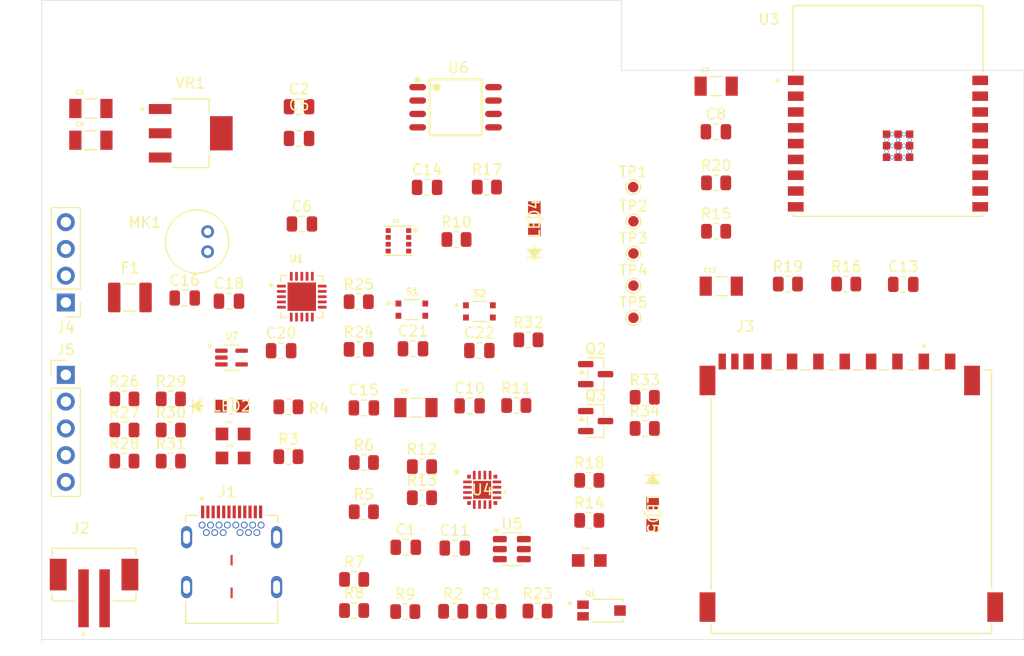
<source format=kicad_pcb>
(kicad_pcb (version 20241229) (generator "pcbnew") (generator_version "9.0")
  (layers (0 "F.Cu" signal) (4 "In1.Cu" power) (6 "In2.Cu" power) (2 "B.Cu" signal) (13 "F.Paste" user) (15 "B.Paste" user) (5 "F.SilkS" user "F.Silkscreen") (7 "B.SilkS" user "B.Silkscreen") (1 "F.Mask" user) (3 "B.Mask" user) (25 "Edge.Cuts" user))
  (net 0 "")
  (net 1 "GND")
  (net 2 "/VBUS")
  (net 3 "/+5V")
  (net 4 "+3.3V")
  (net 5 "/+5V_USB")
  (net 6 "Net-(U4-VDD)")
  (net 7 "Net-(U4-VBUS)")
  (net 8 "Net-(C16-Pad2)")
  (net 9 "/ESP32-C3-02/MIC_OUT")
  (net 10 "/ESP32-C3-02/BOOT")
  (net 11 "Net-(C22-Pad1)")
  (net 12 "Net-(J1-CC1)")
  (net 13 "Net-(J1-CC2)")
  (net 15 "/USB_DP")
  (net 17 "/USB_DN")
  (net 26 "/ESP32-C3-02/SDA")
  (net 27 "/ESP32-C3-02/SCL")
  (net 28 "/ESP32-C3-02/GPIO18")
  (net 29 "/ESP32-C3-02/GPIO19")
  (net 30 "/ESP32-C3-02/GPIO8")
  (net 31 "/ESP32-C3-02/RTS")
  (net 32 "/ESP32-C3-02/EN")
  (net 33 "Net-(Q2-B)")
  (net 34 "/ESP32-C3-02/DTR")
  (net 35 "Net-(Q3-B)")
  (net 36 "Net-(U1-~{TE})")
  (net 37 "Net-(U1-THERM)")
  (net 38 "Net-(U1-PROG1)")
  (net 39 "Net-(U1-PROG3)")
  (net 40 "/CHARGED")
  (net 41 "Net-(LED2-Pad1)")
  (net 42 "Net-(LED1-Pad-)")
  (net 43 "/CHARGING")
  (net 44 "Net-(LED3-Pad-)")
  (net 45 "/CHARGING_POWER_GOOD")
  (net 46 "/PWR_LED")
  (net 47 "Net-(U4-~{RST})")
  (net 48 "Net-(U4-~{TXT}{slash}GPIO.2)")
  (net 49 "Net-(LED5-Pad1)")
  (net 50 "/ESP32-C3-02/MOSI_DI")
  (net 51 "Net-(U3-IO7)")
  (net 52 "Net-(J3-DAT0)")
  (net 53 "/ESP32-C3-02/MISO_DO")
  (net 54 "Net-(U6-DO(IO1))")
  (net 55 "Net-(U4-~{RXT}{slash}GPIO.3)")
  (net 56 "Net-(LED6-Pad-)")
  (net 57 "/ESP32-C3-02/CS_SD")
  (net 58 "Net-(U3-IO6)")
  (net 59 "/ESP32-C3-02/SCLK")
  (net 60 "/ESP32-C3-02/PHOTO_C")
  (net 61 "Net-(U7-IN+)")
  (net 62 "/ESP32-C3-02/CS")
  (net 63 "/ESP32-C3-02/USB_D+")
  (net 64 "/ESP32-C3-02/USB_D-")
  (net 65 "/VBAT")
  (net 68 "/ESP32-C3-02/RX_TX")
  (net 69 "/ESP32-C3-02/TX_RX")
  (footprint "Resistor_SMD:R_0805_2012Metric" (layer "F.Cu") (at 187.9625 128.15)
    (property "Reference" "R18" (at 0 -1.65 0) (layer "F.SilkS"))
    (property "Value" "470")
    (pad "1" smd roundrect (at -0.9125 0) (size 1.025 1.4) (layers "F.Cu" "F.Mask" "F.Paste") (roundrect_rratio 0.243902) (net 56 "Net-(LED6-Pad-)"))
    (pad "2" smd roundrect (at 0.9125 0) (size 1.025 1.4) (layers "F.Cu" "F.Mask" "F.Paste") (roundrect_rratio 0.243902) (net 55 "Net-(U4-~{RXT}{slash}GPIO.3)"))
  )
  (footprint "Capacitor_SMD:C_0805_2012Metric" (layer "F.Cu") (at 160.425 95.71)
    (property "Reference" "C5" (at 0 -3.16675 0) (layer "F.SilkS"))
    (property "Value" "0.1u")
    (pad "1" smd roundrect (at -0.95 0) (size 1 1.45) (layers "F.Cu" "F.Mask" "F.Paste") (net 4 "+3.3V"))
    (pad "2" smd roundrect (at 0.95 0) (size 1 1.45) (layers "F.Cu" "F.Mask" "F.Paste") (net 1 "GND"))
  )
  (footprint "Resistor_SMD:R_0805_2012Metric" (layer "F.Cu") (at 199.995 104.519338)
    (property "Reference" "R15" (at 0 -1.65 0) (layer "F.SilkS"))
    (property "Value" "50")
    (pad "1" smd roundrect (at -0.9125 0) (size 1.025 1.4) (layers "F.Cu" "F.Mask" "F.Paste") (roundrect_rratio 0.243902) (net 50 "/ESP32-C3-02/MOSI_DI"))
    (pad "2" smd roundrect (at 0.9125 0) (size 1.025 1.4) (layers "F.Cu" "F.Mask" "F.Paste") (roundrect_rratio 0.243902) (net 51 "Net-(U3-IO7)"))
  )
  (footprint "Resistor_SMD:R_0805_2012Metric" (layer "F.Cu") (at 206.805 109.525)
    (property "Reference" "R19" (at 0 -1.65 0) (layer "F.SilkS"))
    (property "Value" "10K")
    (pad "1" smd roundrect (at -0.9125 0) (size 1.025 1.4) (layers "F.Cu" "F.Mask" "F.Paste") (roundrect_rratio 0.243902) (net 4 "+3.3V"))
    (pad "2" smd roundrect (at 0.9125 0) (size 1.025 1.4) (layers "F.Cu" "F.Mask" "F.Paste") (roundrect_rratio 0.243902) (net 57 "/ESP32-C3-02/CS_SD"))
  )
  (footprint "Resistor_SMD:R_0805_2012Metric" (layer "F.Cu") (at 165.6511 140.499878)
    (property "Reference" "R8" (at 0 -1.65 0) (layer "F.SilkS"))
    (property "Value" "470")
    (pad "1" smd roundrect (at -0.9125 0) (size 1.025 1.4) (layers "F.Cu" "F.Mask" "F.Paste") (roundrect_rratio 0.243902) (net 42 "Net-(LED1-Pad-)"))
    (pad "2" smd roundrect (at 0.9125 0) (size 1.025 1.4) (layers "F.Cu" "F.Mask" "F.Paste") (roundrect_rratio 0.243902) (net 43 "/CHARGING"))
  )
  (footprint "Resistor_SMD:R_0805_2012Metric" (layer "F.Cu") (at 143.8525 126.325)
    (property "Reference" "R28" (at 0 -1.65 0) (layer "F.SilkS"))
    (property "Value" "2K")
    (pad "1" smd roundrect (at -0.9125 0) (size 1.025 1.4) (layers "F.Cu" "F.Mask" "F.Paste") (roundrect_rratio 0.243902) (net 61 "Net-(U7-IN+)"))
    (pad "2" smd roundrect (at 0.9125 0) (size 1.025 1.4) (layers "F.Cu" "F.Mask" "F.Paste") (roundrect_rratio 0.243902) (net 8 "Net-(C16-Pad2)"))
  )
  (footprint "ESP32_demo_project:T491A106K010AT7280" (layer "F.Cu") (at 200.483 109.725)
    (property "Reference" "C12" (at -1.06 -1.5 0) (layer "F.SilkS") (effects (font (size 0.393701 0.393701))))
    (property "Value" "10u")
    (pad "1" smd rect (at -1.475 0) (size 1.16 1.82) (layers "F.Cu" "F.Mask" "F.Paste") (net 4 "+3.3V"))
    (pad "2" smd rect (at 1.475 0) (size 1.16 1.82) (layers "F.Cu" "F.Mask" "F.Paste") (net 1 "GND"))
  )
  (footprint "ESP32_demo_project:QFN20_CP2102N_SIL" (layer "F.Cu") (at 177.8 129.049939)
    (property "Reference" "U4" (at 0 0 0) (layer "F.SilkS"))
    (property "Value" "CP2102N-Axx-xQFN20")
    (fp_text user "*" (at -2.4384 -1.381252 0) (layer "F.SilkS"))
    (fp_text user "*" (at -2.4384 -1.381252 0) (layer "F.SilkS"))
    (pad "1" smd rect (at -1.25 -1.250061) (size 0.3556 0.3556) (layers "F.Cu" "F.Mask" "F.Paste"))
    (pad "2" smd rect (at -1.397 -0.750189 90) (size 0.254 0.8128) (layers "F.Cu" "F.Mask" "F.Paste"))
    (pad "3" smd rect (at -1.397 -0.250063 90) (size 0.254 0.8128) (layers "F.Cu" "F.Mask" "F.Paste") (net 1 "GND"))
    (pad "4" smd rect (at -1.397 0.250063 90) (size 0.254 0.8128) (layers "F.Cu" "F.Mask" "F.Paste") (net 63 "/ESP32-C3-02/USB_D+"))
    (pad "5" smd rect (at -1.397 0.750189 90) (size 0.254 0.8128) (layers "F.Cu" "F.Mask" "F.Paste") (net 64 "/ESP32-C3-02/USB_D-"))
    (pad "6" smd rect (at -1.25 1.250061) (size 0.3556 0.3556) (layers "F.Cu" "F.Mask" "F.Paste") (net 6 "Net-(U4-VDD)"))
    (pad "7" smd rect (at -0.750189 1.397) (size 0.254 0.8128) (layers "F.Cu" "F.Mask" "F.Paste") (net 6 "Net-(U4-VDD)"))
    (pad "8" smd rect (at -0.250063 1.397) (size 0.254 0.8128) (layers "F.Cu" "F.Mask" "F.Paste") (net 7 "Net-(U4-VBUS)"))
    (pad "9" smd rect (at 0.250063 1.397) (size 0.254 0.8128) (layers "F.Cu" "F.Mask" "F.Paste") (net 47 "Net-(U4-~{RST})"))
    (pad "10" smd rect (at 0.750189 1.397) (size 0.254 0.8128) (layers "F.Cu" "F.Mask" "F.Paste"))
    (pad "11" smd rect (at 1.25 1.250061) (size 0.3556 0.3556) (layers "F.Cu" "F.Mask" "F.Paste"))
    (pad "12" smd rect (at 1.397 0.750189 90) (size 0.254 0.8128) (layers "F.Cu" "F.Mask" "F.Paste") (net 1 "GND"))
    (pad "13" smd rect (at 1.397 0.250063 90) (size 0.254 0.8128) (layers "F.Cu" "F.Mask" "F.Paste"))
    (pad "14" smd rect (at 1.397 -0.250063 90) (size 0.254 0.8128) (layers "F.Cu" "F.Mask" "F.Paste"))
    (pad "15" smd rect (at 1.397 -0.750189 90) (size 0.254 0.8128) (layers "F.Cu" "F.Mask" "F.Paste") (net 34 "/ESP32-C3-02/DTR"))
    (pad "16" smd rect (at 1.25 -1.250061) (size 0.3556 0.3556) (layers "F.Cu" "F.Mask" "F.Paste") (net 31 "/ESP32-C3-02/RTS"))
    (pad "17" smd rect (at 0.750189 -1.397) (size 0.254 0.8128) (layers "F.Cu" "F.Mask" "F.Paste") (net 68 "/ESP32-C3-02/RX_TX"))
    (pad "18" smd rect (at 0.250063 -1.397) (size 0.254 0.8128) (layers "F.Cu" "F.Mask" "F.Paste") (net 69 "/ESP32-C3-02/TX_RX"))
    (pad "19" smd rect (at -0.250063 -1.397) (size 0.254 0.8128) (layers "F.Cu" "F.Mask" "F.Paste") (net 55 "Net-(U4-~{RXT}{slash}GPIO.3)"))
    (pad "20" smd rect (at -0.750189 -1.397) (size 0.254 0.8128) (layers "F.Cu" "F.Mask" "F.Paste") (net 48 "Net-(U4-~{TXT}{slash}GPIO.2)"))
    (pad "21" smd rect (at 0 0) (size 1.7018 1.7018) (layers "F.Cu" "F.Mask" "F.Paste") (net 1 "GND"))
  )
  (footprint "TestPoint:TestPoint_Pad_D1.0mm" (layer "F.Cu") (at 192.15 112.725)
    (property "Reference" "TP5" (at 0 -1.448 0) (layer "F.SilkS"))
    (property "Value" "Test CS")
    (pad "1" smd circle (at 0 0) (size 1 1) (layers "F.Cu" "F.Mask") (net 62 "/ESP32-C3-02/CS"))
  )
  (footprint "Resistor_SMD:R_0805_2012Metric" (layer "F.Cu") (at 212.3375 109.525)
    (property "Reference" "R16" (at 0 -1.65 0) (layer "F.SilkS"))
    (property "Value" "50")
    (pad "1" smd roundrect (at -0.9125 0) (size 1.025 1.4) (layers "F.Cu" "F.Mask" "F.Paste") (roundrect_rratio 0.243902) (net 53 "/ESP32-C3-02/MISO_DO"))
    (pad "2" smd roundrect (at 0.9125 0) (size 1.025 1.4) (layers "F.Cu" "F.Mask" "F.Paste") (roundrect_rratio 0.243902) (net 52 "Net-(J3-DAT0)"))
  )
  (footprint "ESP32_demo_project:GSD090012SEU" (layer "F.Cu") (at 212.825 130.175)
    (property "Reference" "J3" (at -10.075 -16.635 0) (layer "F.SilkS"))
    (property "Value" "GSD090012SEU")
    (pad "" np_thru_hole circle (at -11.5 -10.5) (size 1.15 1.15) (drill 1.15) (layers "*.Cu" "*.Mask"))
    (pad "" np_thru_hole circle (at 9.5 -10.5) (size 1.65 1.65) (drill 1.65) (layers "*.Cu" "*.Mask"))
    (pad "1" smd rect (at 6.875 -13.3) (size 1 1.5) (layers "F.Cu" "F.Mask" "F.Paste") (net 57 "/ESP32-C3-02/CS_SD"))
    (pad "2" smd rect (at 4.375 -13.3) (size 1 1.5) (layers "F.Cu" "F.Mask" "F.Paste") (net 50 "/ESP32-C3-02/MOSI_DI"))
    (pad "3" smd rect (at 1.875 -13.3) (size 1 1.5) (layers "F.Cu" "F.Mask" "F.Paste") (net 1 "GND"))
    (pad "4" smd rect (at -0.625 -13.3) (size 1 1.5) (layers "F.Cu" "F.Mask" "F.Paste") (net 4 "+3.3V"))
    (pad "5" smd rect (at -3.125 -13.3) (size 1 1.5) (layers "F.Cu" "F.Mask" "F.Paste") (net 59 "/ESP32-C3-02/SCLK"))
    (pad "6" smd rect (at -5.625 -13.3) (size 1 1.5) (layers "F.Cu" "F.Mask" "F.Paste") (net 1 "GND"))
    (pad "7" smd rect (at -8.05 -13.3) (size 1 1.5) (layers "F.Cu" "F.Mask" "F.Paste") (net 52 "Net-(J3-DAT0)"))
    (pad "8" smd rect (at -9.75 -13.3) (size 1 1.5) (layers "F.Cu" "F.Mask" "F.Paste") (net 1 "GND"))
    (pad "9" smd rect (at 9.375 -13.3) (size 1 1.5) (layers "F.Cu" "F.Mask" "F.Paste") (net 1 "GND"))
    (pad "CD_IND" smd rect (at -11.05 -13.3) (size 0.7 1.5) (layers "F.Cu" "F.Mask" "F.Paste"))
    (pad "G1" smd rect (at -13.65 -11.5) (size 1.5 2.8) (layers "F.Cu" "F.Mask" "F.Paste") (net 1 "GND"))
    (pad "G2" smd rect (at 11.45 -11.5) (size 1.5 2.8) (layers "F.Cu" "F.Mask" "F.Paste") (net 1 "GND"))
    (pad "G3" smd rect (at 13.65 10) (size 1.5 2.8) (layers "F.Cu" "F.Mask" "F.Paste") (net 1 "GND"))
    (pad "G4" smd rect (at -13.65 10) (size 1.5 2.8) (layers "F.Cu" "F.Mask" "F.Paste") (net 1 "GND"))
    (pad "WP" smd rect (at -12.25 -13.3) (size 0.7 1.5) (layers "F.Cu" "F.Mask" "F.Paste"))
  )
  (footprint "Capacitor_SMD:C_0805_2012Metric" (layer "F.Cu") (at 175.2 134.575)
    (property "Reference" "C11" (at 0 -1.68 0) (layer "F.SilkS"))
    (property "Value" "1u")
    (pad "1" smd roundrect (at -0.95 0) (size 1 1.45) (layers "F.Cu" "F.Mask" "F.Paste") (net 7 "Net-(U4-VBUS)"))
    (pad "2" smd roundrect (at 0.95 0) (size 1 1.45) (layers "F.Cu" "F.Mask" "F.Paste") (net 1 "GND"))
  )
  (footprint "Resistor_SMD:R_0805_2012Metric" (layer "F.Cu") (at 159.4125 125.905)
    (property "Reference" "R3" (at 0 -1.65 0) (layer "F.SilkS"))
    (property "Value" "5K1")
    (pad "1" smd roundrect (at -0.9125 0) (size 1.025 1.4) (layers "F.Cu" "F.Mask" "F.Paste") (roundrect_rratio 0.243902) (net 13 "Net-(J1-CC2)"))
    (pad "2" smd roundrect (at 0.9125 0) (size 1.025 1.4) (layers "F.Cu" "F.Mask" "F.Paste") (roundrect_rratio 0.243902) (net 1 "GND"))
  )
  (footprint "ESP32_demo_project:0ZCH0110AF2E" (layer "F.Cu") (at 144.375 110.8)
    (property "Reference" "F1" (at -0.0025 -2.805 0) (layer "F.SilkS"))
    (property "Value" "0ZCH0110AF2E")
    (pad "1" smd roundrect (at -1.485 0) (size 1.18 2.81) (layers "F.Cu" "F.Mask" "F.Paste") (roundrect_rratio 0.125) (net 2 "/VBUS"))
    (pad "2" smd roundrect (at 1.485 0) (size 1.18 2.81) (layers "F.Cu" "F.Mask" "F.Paste") (roundrect_rratio 0.125) (net 5 "/+5V_USB"))
  )
  (footprint "Resistor_SMD:R_0805_2012Metric" (layer "F.Cu") (at 148.2625 126.325)
    (property "Reference" "R31" (at 0 -1.65 0) (layer "F.SilkS"))
    (property "Value" "100K")
    (pad "1" smd roundrect (at -0.9125 0) (size 1.025 1.4) (layers "F.Cu" "F.Mask" "F.Paste") (roundrect_rratio 0.243902) (net 1 "GND"))
    (pad "2" smd roundrect (at 0.9125 0) (size 1.025 1.4) (layers "F.Cu" "F.Mask" "F.Paste") (roundrect_rratio 0.243902) (net 9 "/ESP32-C3-02/MIC_OUT"))
  )
  (footprint "ESP32_demo_project:W25Q32JVSSIQ" (layer "F.Cu") (at 175.275 92.75)
    (property "Reference" "U6" (at 0.27531 -3.73917 0) (layer "F.SilkS") (effects (font (size 1.001118 1.001118))))
    (property "Value" "W25Q32JVSSIQ")
    (pad "1" smd oval (at -3.6 -1.905) (size 1.6 0.6) (layers "F.Cu" "F.Mask" "F.Paste") (net 62 "/ESP32-C3-02/CS"))
    (pad "2" smd oval (at -3.6 -0.635) (size 1.6 0.6) (layers "F.Cu" "F.Mask" "F.Paste") (net 54 "Net-(U6-DO(IO1))"))
    (pad "3" smd oval (at -3.6 0.635) (size 1.6 0.6) (layers "F.Cu" "F.Mask" "F.Paste") (net 4 "+3.3V"))
    (pad "4" smd oval (at -3.6 1.905) (size 1.6 0.6) (layers "F.Cu" "F.Mask" "F.Paste") (net 1 "GND"))
    (pad "5" smd oval (at 3.6 1.905) (size 1.6 0.6) (layers "F.Cu" "F.Mask" "F.Paste") (net 50 "/ESP32-C3-02/MOSI_DI"))
    (pad "6" smd oval (at 3.6 0.635) (size 1.6 0.6) (layers "F.Cu" "F.Mask" "F.Paste") (net 59 "/ESP32-C3-02/SCLK"))
    (pad "7" smd oval (at 3.6 -0.635) (size 1.6 0.6) (layers "F.Cu" "F.Mask" "F.Paste") (net 4 "+3.3V"))
    (pad "8" smd oval (at 3.6 -1.905) (size 1.6 0.6) (layers "F.Cu" "F.Mask" "F.Paste") (net 4 "+3.3V"))
  )
  (footprint "TestPoint:TestPoint_Pad_D1.0mm" (layer "F.Cu") (at 192.15 106.625)
    (property "Reference" "TP3" (at 0 -1.448 0) (layer "F.SilkS"))
    (property "Value" "Test SCLK")
    (pad "1" smd circle (at 0 0) (size 1 1) (layers "F.Cu" "F.Mask") (net 59 "/ESP32-C3-02/SCLK"))
  )
  (footprint "ESP32_demo_project:TEMT6000X01" (layer "F.Cu") (at 189.12 140.5)
    (property "Reference" "Q1" (at -1.077583 -1.607158 0) (layer "F.SilkS") (effects (font (size 0.480705 0.480705))))
    (property "Value" "TEMT6000X01")
    (pad "1" smd rect (at -1.755 -0.55) (size 1.1 0.8) (layers "F.Cu" "F.Mask" "F.Paste") (net 1 "GND"))
    (pad "2" smd rect (at -1.755 0.55) (size 1.1 0.8) (layers "F.Cu" "F.Mask" "F.Paste"))
    (pad "3" smd rect (at 1.755 0) (size 1.1 1) (layers "F.Cu" "F.Mask" "F.Paste") (net 60 "/ESP32-C3-02/PHOTO_C"))
  )
  (footprint "ESP32_demo_project:USLPT2819DT2TR" (layer "F.Cu") (at 171.125 111.955)
    (property "Reference" "S1" (at 0.032 -1.7064 0) (layer "F.SilkS") (effects (font (size 0.64 0.64))))
    (property "Value" "Boot")
    (pad "1" smd rect (at -1.275 -0.58) (size 0.55 0.57) (layers "F.Cu" "F.Mask" "F.Paste") (net 1 "GND"))
    (pad "2" smd rect (at 1.275 -0.58) (size 0.55 0.57) (layers "F.Cu" "F.Mask" "F.Paste") (net 1 "GND"))
    (pad "3" smd rect (at -1.275 0.58) (size 0.55 0.57) (layers "F.Cu" "F.Mask" "F.Paste") (net 10 "/ESP32-C3-02/BOOT"))
    (pad "4" smd rect (at 1.275 0.58) (size 0.55 0.57) (layers "F.Cu" "F.Mask" "F.Paste") (net 10 "/ESP32-C3-02/BOOT"))
  )
  (footprint "Resistor_SMD:R_0805_2012Metric" (layer "F.Cu") (at 143.8525 123.375)
    (property "Reference" "R27" (at 0 -1.65 0) (layer "F.SilkS"))
    (property "Value" "1M")
    (pad "1" smd roundrect (at -0.9125 0) (size 1.025 1.4) (layers "F.Cu" "F.Mask" "F.Paste") (roundrect_rratio 0.243902) (net 61 "Net-(U7-IN+)"))
    (pad "2" smd roundrect (at 0.9125 0) (size 1.025 1.4) (layers "F.Cu" "F.Mask" "F.Paste") (roundrect_rratio 0.243902) (net 4 "+3.3V"))
  )
  (footprint "Resistor_SMD:R_0805_2012Metric" (layer "F.Cu") (at 166.5725 131.135)
    (property "Reference" "R5" (at 0 -1.65 0) (layer "F.SilkS"))
    (property "Value" "2K")
    (pad "1" smd roundrect (at -0.9125 0) (size 1.025 1.4) (layers "F.Cu" "F.Mask" "F.Paste") (roundrect_rratio 0.243902) (net 38 "Net-(U1-PROG1)"))
    (pad "2" smd roundrect (at 0.9125 0) (size 1.025 1.4) (layers "F.Cu" "F.Mask" "F.Paste") (roundrect_rratio 0.243902) (net 1 "GND"))
  )
  (footprint "Capacitor_SMD:C_0805_2012Metric" (layer "F.Cu") (at 176.6064 121.080122)
    (property "Reference" "C10" (at 0 -1.68 0) (layer "F.SilkS"))
    (property "Value" "0.1u")
    (pad "1" smd roundrect (at -0.95 0) (size 1 1.45) (layers "F.Cu" "F.Mask" "F.Paste") (net 1 "GND"))
    (pad "2" smd roundrect (at 0.95 0) (size 1 1.45) (layers "F.Cu" "F.Mask" "F.Paste") (net 6 "Net-(U4-VDD)"))
  )
  (footprint "ESP32_demo_project:MCP73871-2CAI_ML" (layer "F.Cu") (at 160.685 110.725)
    (property "Reference" "U1" (at -0.508 -3.5814 0) (layer "F.SilkS") (effects (font (size 0.64 0.64))))
    (property "Value" "MCP73871-2CAI_ML")
    (pad "1" smd roundrect (at -1.935 -1) (size 0.84 0.26) (layers "F.Cu" "F.Mask" "F.Paste") (net 3 "/+5V"))
    (pad "2" smd roundrect (at -1.935 -0.5) (size 0.84 0.26) (layers "F.Cu" "F.Mask" "F.Paste") (net 5 "/+5V_USB"))
    (pad "3" smd roundrect (at -1.935 0) (size 0.84 0.26) (layers "F.Cu" "F.Mask" "F.Paste") (net 1 "GND"))
    (pad "4" smd roundrect (at -1.935 0.5) (size 0.84 0.26) (layers "F.Cu" "F.Mask" "F.Paste") (net 5 "/+5V_USB"))
    (pad "5" smd roundrect (at -1.935 1) (size 0.84 0.26) (layers "F.Cu" "F.Mask" "F.Paste") (net 37 "Net-(U1-THERM)"))
    (pad "6" smd roundrect (at -1 1.935) (size 0.26 0.84) (layers "F.Cu" "F.Mask" "F.Paste") (net 45 "/CHARGING_POWER_GOOD"))
    (pad "7" smd roundrect (at -0.5 1.935) (size 0.26 0.84) (layers "F.Cu" "F.Mask" "F.Paste") (net 40 "/CHARGED"))
    (pad "8" smd roundrect (at 0 1.935) (size 0.26 0.84) (layers "F.Cu" "F.Mask" "F.Paste") (net 43 "/CHARGING"))
    (pad "9" smd roundrect (at 0.5 1.935) (size 0.26 0.84) (layers "F.Cu" "F.Mask" "F.Paste") (net 36 "Net-(U1-~{TE})"))
    (pad "10" smd roundrect (at 1 1.935) (size 0.26 0.84) (layers "F.Cu" "F.Mask" "F.Paste") (net 1 "GND"))
    (pad "11" smd roundrect (at 1.935 1) (size 0.84 0.26) (layers "F.Cu" "F.Mask" "F.Paste") (net 1 "GND"))
    (pad "12" smd roundrect (at 1.935 0.5) (size 0.84 0.26) (layers "F.Cu" "F.Mask" "F.Paste") (net 39 "Net-(U1-PROG3)"))
    (pad "13" smd roundrect (at 1.935 0) (size 0.84 0.26) (layers "F.Cu" "F.Mask" "F.Paste") (net 38 "Net-(U1-PROG1)"))
    (pad "14" smd roundrect (at 1.935 -0.5) (size 0.84 0.26) (layers "F.Cu" "F.Mask" "F.Paste") (net 65 "/VBAT"))
    (pad "15" smd roundrect (at 1.935 -1) (size 0.84 0.26) (layers "F.Cu" "F.Mask" "F.Paste") (net 65 "/VBAT"))
    (pad "16" smd roundrect (at 1 -1.935) (size 0.26 0.84) (layers "F.Cu" "F.Mask" "F.Paste") (net 65 "/VBAT"))
    (pad "17" smd roundrect (at 0.5 -1.935) (size 0.26 0.84) (layers "F.Cu" "F.Mask" "F.Paste") (net 5 "/+5V_USB"))
    (pad "18" smd roundrect (at 0 -1.935) (size 0.26 0.84) (layers "F.Cu" "F.Mask" "F.Paste") (net 5 "/+5V_USB"))
    (pad "19" smd roundrect (at -0.5 -1.935) (size 0.26 0.84) (layers "F.Cu" "F.Mask" "F.Paste") (net 5 "/+5V_USB"))
    (pad "20" smd roundrect (at -1 -1.935) (size 0.26 0.84) (layers "F.Cu" "F.Mask" "F.Paste") (net 3 "/+5V"))
    (pad "21" smd rect (at 0 0) (size 2.7 2.7) (layers "F.Cu" "F.Mask") (net 1 "GND"))
  )
  (footprint "Resistor_SMD:R_0805_2012Metric" (layer "F.Cu") (at 166.0875 111.2)
    (property "Reference" "R25" (at 0 -1.65 0) (layer "F.SilkS"))
    (property "Value" "4K7")
    (pad "1" smd roundrect (at -0.9125 0) (size 1.025 1.4) (layers "F.Cu" "F.Mask" "F.Paste") (roundrect_rratio 0.243902) (net 4 "+3.3V"))
    (pad "2" smd roundrect (at 0.9125 0) (size 1.025 1.4) (layers "F.Cu" "F.Mask" "F.Paste") (roundrect_rratio 0.243902) (net 26 "/ESP32-C3-02/SDA"))
  )
  (footprint "Capacitor_SMD:C_0805_2012Metric" (layer "F.Cu") (at 170.55 134.5)
    (property "Reference" "C1" (at 0 -1.68 0) (layer "F.SilkS"))
    (property "Value" "0.1u")
    (pad "1" smd roundrect (at -0.95 0) (size 1 1.45) (layers "F.Cu" "F.Mask" "F.Paste") (net 2 "/VBUS"))
    (pad "2" smd roundrect (at 0.95 0) (size 1 1.45) (layers "F.Cu" "F.Mask" "F.Paste") (net 1 "GND"))
  )
  (footprint "Resistor_SMD:R_0805_2012Metric" (layer "F.Cu") (at 159.4125 121.175 180)
    (property "Reference" "R4" (at -2.8875 -0.125 0) (layer "F.SilkS"))
    (property "Value" "5K1")
    (pad "1" smd roundrect (at -0.9125 0 180) (size 1.025 1.4) (layers "F.Cu" "F.Mask" "F.Paste") (roundrect_rratio 0.243902) (net 12 "Net-(J1-CC1)"))
    (pad "2" smd roundrect (at 0.9125 0 180) (size 1.025 1.4) (layers "F.Cu" "F.Mask" "F.Paste") (roundrect_rratio 0.243902) (net 1 "GND"))
  )
  (footprint "Capacitor_SMD:C_0805_2012Metric" (layer "F.Cu") (at 149.575 110.85)
    (property "Reference" "C16" (at 0 -1.68 0) (layer "F.SilkS"))
    (property "Value" "0.1u")
    (pad "1" smd roundrect (at -0.95 0) (size 1 1.45) (layers "F.Cu" "F.Mask" "F.Paste") (net 1 "GND"))
    (pad "2" smd roundrect (at 0.95 0) (size 1 1.45) (layers "F.Cu" "F.Mask" "F.Paste") (net 8 "Net-(C16-Pad2)"))
  )
  (footprint "Capacitor_SMD:C_0805_2012Metric" (layer "F.Cu") (at 160.425 92.7)
    (property "Reference" "C2" (at 0 -1.68 0) (layer "F.SilkS"))
    (property "Value" "0.1u")
    (pad "1" smd roundrect (at -0.95 0) (size 1 1.45) (layers "F.Cu" "F.Mask" "F.Paste") (net 3 "/+5V"))
    (pad "2" smd roundrect (at 0.95 0) (size 1 1.45) (layers "F.Cu" "F.Mask" "F.Paste") (net 1 "GND"))
  )
  (footprint "Resistor_SMD:R_0805_2012Metric" (layer "F.Cu") (at 182.185 114.82)
    (property "Reference" "R32" (at 0 -1.65 0) (layer "F.SilkS"))
    (property "Value" "10K")
    (pad "1" smd roundrect (at -0.9125 0) (size 1.025 1.4) (layers "F.Cu" "F.Mask" "F.Paste") (roundrect_rratio 0.243902) (net 11 "Net-(C22-Pad1)"))
    (pad "2" smd roundrect (at 0.9125 0) (size 1.025 1.4) (layers "F.Cu" "F.Mask" "F.Paste") (roundrect_rratio 0.243902) (net 4 "+3.3V"))
  )
  (footprint "Resistor_SMD:R_0805_2012Metric" (layer "F.Cu") (at 175.3625 105.3)
    (property "Reference" "R10" (at 0 -1.65 0) (layer "F.SilkS"))
    (property "Value" "470")
    (pad "1" smd roundrect (at -0.9125 0) (size 1.025 1.4) (layers "F.Cu" "F.Mask" "F.Paste") (roundrect_rratio 0.243902) (net 1 "GND"))
    (pad "2" smd roundrect (at 0.9125 0) (size 1.025 1.4) (layers "F.Cu" "F.Mask" "F.Paste") (roundrect_rratio 0.243902) (net 46 "/PWR_LED"))
  )
  (footprint "Package_TO_SOT_SMD:SOT-23-6" (layer "F.Cu") (at 180.6125 134.675)
    (property "Reference" "U5" (at 0 -2.4 0) (layer "F.SilkS"))
    (property "Value" "USBLC6-2SC6")
    (pad "1" smd roundrect (at -1.1375 -0.95) (size 1.325 0.6) (layers "F.Cu" "F.Mask" "F.Paste") (net 64 "/ESP32-C3-02/USB_D-"))
    (pad "2" smd roundrect (at -1.1375 0) (size 1.325 0.6) (layers "F.Cu" "F.Mask" "F.Paste") (net 1 "GND"))
    (pad "3" smd roundrect (at -1.1375 0.95) (size 1.325 0.6) (layers "F.Cu" "F.Mask" "F.Paste") (net 63 "/ESP32-C3-02/USB_D+"))
    (pad "4" smd roundrect (at 1.1375 0.95) (size 1.325 0.6) (layers "F.Cu" "F.Mask" "F.Paste") (net 17 "/USB_DN"))
    (pad "5" smd roundrect (at 1.1375 0) (size 1.325 0.6) (layers "F.Cu" "F.Mask" "F.Paste") (net 2 "/VBUS"))
    (pad "6" smd roundrect (at 1.1375 -0.95) (size 1.325 0.6) (layers "F.Cu" "F.Mask" "F.Paste") (net 15 "/USB_DP"))
  )
  (footprint "Resistor_SMD:R_0805_2012Metric" (layer "F.Cu") (at 172.0875 129.8)
    (property "Reference" "R13" (at 0 -1.65 0) (layer "F.SilkS"))
    (property "Value" "47K5")
    (pad "1" smd roundrect (at -0.9125 0) (size 1.025 1.4) (layers "F.Cu" "F.Mask" "F.Paste") (roundrect_rratio 0.243902) (net 7 "Net-(U4-VBUS)"))
    (pad "2" smd roundrect (at 0.9125 0) (size 1.025 1.4) (layers "F.Cu" "F.Mask" "F.Paste") (roundrect_rratio 0.243902) (net 1 "GND"))
  )
  (footprint "Capacitor_SMD:C_0805_2012Metric" (layer "F.Cu") (at 171.235 115.67)
    (property "Reference" "C21" (at 0 -1.68 0) (layer "F.SilkS"))
    (property "Value" "0.1u")
    (pad "1" smd roundrect (at -0.95 0) (size 1 1.45) (layers "F.Cu" "F.Mask" "F.Paste") (net 10 "/ESP32-C3-02/BOOT"))
    (pad "2" smd roundrect (at 0.95 0) (size 1 1.45) (layers "F.Cu" "F.Mask" "F.Paste") (net 1 "GND"))
  )
  (footprint "ESP32_demo_project:MAX4466EXK" (layer "F.Cu") (at 154.015 116.5)
    (property "Reference" "U7" (at 0.032 -2.0564 0) (layer "F.SilkS") (effects (font (size 0.64 0.64))))
    (property "Value" "MAX4466EXK")
    (pad "1" smd roundrect (at -0.96 -0.65) (size 1.19 0.4) (layers "F.Cu" "F.Mask" "F.Paste") (net 61 "Net-(U7-IN+)"))
    (pad "2" smd roundrect (at -0.96 0) (size 1.19 0.4) (layers "F.Cu" "F.Mask" "F.Paste") (net 1 "GND"))
    (pad "3" smd roundrect (at -0.96 0.65) (size 1.19 0.4) (layers "F.Cu" "F.Mask" "F.Paste") (net 1 "GND"))
    (pad "4" smd roundrect (at 0.96 0.65) (size 1.19 0.4) (layers "F.Cu" "F.Mask" "F.Paste") (net 9 "/ESP32-C3-02/MIC_OUT"))
    (pad "5" smd roundrect (at 0.96 -0.65) (size 1.19 0.4) (layers "F.Cu" "F.Mask" "F.Paste") (net 4 "+3.3V"))
  )
  (footprint "Connector_PinHeader_2.54mm:PinHeader_1x04_P2.54mm_Vertical" (layer "F.Cu") (at 138.295 111.275 180)
    (property "Reference" "J4" (at 0 -2.38 0) (layer "F.SilkS"))
    (property "Value" "Conn_01x04_Pin")
    (pad "1" thru_hole rect (at 0 0 180) (size 1.7 1.7) (drill 1) (layers "*.Cu" "*.Mask") (net 4 "+3.3V"))
    (pad "2" thru_hole circle (at 0 2.54 180) (size 1.7 1.7) (drill 1) (layers "*.Cu" "*.Mask") (net 26 "/ESP32-C3-02/SDA"))
    (pad "3" thru_hole circle (at 0 5.08 180) (size 1.7 1.7) (drill 1) (layers "*.Cu" "*.Mask") (net 27 "/ESP32-C3-02/SCL"))
    (pad "4" thru_hole circle (at 0 7.62 180) (size 1.7 1.7) (drill 1) (layers "*.Cu" "*.Mask") (net 1 "GND"))
  )
  (footprint "ESP32_demo_project:T491A106K010AT7280" (layer "F.Cu") (at 140.675 92.87)
    (property "Reference" "C3" (at -1.06 -1.5 0) (layer "F.SilkS") (effects (font (size 0.393701 0.393701))))
    (property "Value" "10u")
    (pad "1" smd rect (at -1.475 0) (size 1.16 1.82) (layers "F.Cu" "F.Mask" "F.Paste") (net 3 "/+5V"))
    (pad "2" smd rect (at 1.475 0) (size 1.16 1.82) (layers "F.Cu" "F.Mask" "F.Paste") (net 1 "GND"))
  )
  (footprint "Resistor_SMD:R_0805_2012Metric" (layer "F.Cu") (at 183.0511 140.549878)
    (property "Reference" "R23" (at 0 -1.65 0) (layer "F.SilkS"))
    (property "Value" "10K")
    (pad "1" smd roundrect (at -0.9125 0) (size 1.025 1.4) (layers "F.Cu" "F.Mask" "F.Paste") (roundrect_rratio 0.243902) (net 4 "+3.3V"))
    (pad "2" smd roundrect (at 0.9125 0) (size 1.025 1.4) (layers "F.Cu" "F.Mask" "F.Paste") (roundrect_rratio 0.243902) (net 60 "/ESP32-C3-02/PHOTO_C"))
  )
  (footprint "ESP32_demo_project:LTST-C170KRKT" (layer "F.Cu") (at 154.1625 123.75)
    (property "Reference" "LED1" (at -0.365605 -1.128859 0) (layer "F.SilkS") (effects (font (size 0.200329 0.200329))))
    (property "Value" "LTST-C170KRKT")
    (pad "+" smd rect (at 1.05 0) (size 1.2 1.2) (layers "F.Cu" "F.Mask" "F.Paste") (net 5 "/+5V_USB"))
    (pad "-" smd rect (at -1.05 0) (size 1.2 1.2) (layers "F.Cu" "F.Mask" "F.Paste") (net 42 "Net-(LED1-Pad-)"))
  )
  (footprint "ESP32_demo_project:ESP32-C3-WROOM-02-H4" (layer "F.Cu") (at 216.3 93.1)
    (property "Reference" "U3" (at -11.3 -8.7 0) (layer "F.SilkS"))
    (property "Value" "ESP32-C3-WROOM-02-H4")
    (pad "1" smd rect (at -8.75 -2.9) (size 1.5 0.9) (layers "F.Cu" "F.Mask" "F.Paste") (net 4 "+3.3V"))
    (pad "2" smd rect (at -8.75 -1.4) (size 1.5 0.9) (layers "F.Cu" "F.Mask" "F.Paste") (net 32 "/ESP32-C3-02/EN"))
    (pad "3" smd rect (at -8.75 0.1) (size 1.5 0.9) (layers "F.Cu" "F.Mask" "F.Paste") (net 26 "/ESP32-C3-02/SDA"))
    (pad "4" smd rect (at -8.75 1.6) (size 1.5 0.9) (layers "F.Cu" "F.Mask" "F.Paste") (net 9 "/ESP32-C3-02/MIC_OUT"))
    (pad "5" smd rect (at -8.75 3.1) (size 1.5 0.9) (layers "F.Cu" "F.Mask" "F.Paste") (net 58 "Net-(U3-IO6)"))
    (pad "6" smd rect (at -8.75 4.6) (size 1.5 0.9) (layers "F.Cu" "F.Mask" "F.Paste") (net 51 "Net-(U3-IO7)"))
    (pad "7" smd rect (at -8.75 6.1) (size 1.5 0.9) (layers "F.Cu" "F.Mask" "F.Paste") (net 30 "/ESP32-C3-02/GPIO8"))
    (pad "8" smd rect (at -8.75 7.6) (size 1.5 0.9) (layers "F.Cu" "F.Mask" "F.Paste") (net 10 "/ESP32-C3-02/BOOT"))
    (pad "9" smd rect (at -8.75 9.1) (size 1.5 0.9) (layers "F.Cu" "F.Mask" "F.Paste") (net 1 "GND"))
    (pad "10" smd rect (at 8.75 9.1) (size 1.5 0.9) (layers "F.Cu" "F.Mask" "F.Paste") (net 62 "/ESP32-C3-02/CS"))
    (pad "11" smd rect (at 8.75 7.6) (size 1.5 0.9) (layers "F.Cu" "F.Mask" "F.Paste") (net 69 "/ESP32-C3-02/TX_RX"))
    (pad "12" smd rect (at 8.75 6.1) (size 1.5 0.9) (layers "F.Cu" "F.Mask" "F.Paste") (net 68 "/ESP32-C3-02/RX_TX"))
    (pad "13" smd rect (at 8.75 4.6) (size 1.5 0.9) (layers "F.Cu" "F.Mask" "F.Paste") (net 28 "/ESP32-C3-02/GPIO18"))
    (pad "14" smd rect (at 8.75 3.1) (size 1.5 0.9) (layers "F.Cu" "F.Mask" "F.Paste") (net 29 "/ESP32-C3-02/GPIO19"))
    (pad "15" smd rect (at 8.75 1.6) (size 1.5 0.9) (layers "F.Cu" "F.Mask" "F.Paste") (net 27 "/ESP32-C3-02/SCL"))
    (pad "16" smd rect (at 8.75 0.1) (size 1.5 0.9) (layers "F.Cu" "F.Mask" "F.Paste") (net 53 "/ESP32-C3-02/MISO_DO"))
    (pad "17" smd rect (at 8.75 -1.4) (size 1.5 0.9) (layers "F.Cu" "F.Mask" "F.Paste") (net 60 "/ESP32-C3-02/PHOTO_C"))
    (pad "18" smd rect (at 8.75 -2.9) (size 1.5 0.9) (layers "F.Cu" "F.Mask" "F.Paste") (net 57 "/ESP32-C3-02/CS_SD"))
    (pad "19" smd rect (at -0.14 2.2) (size 0.7 0.7) (layers "F.Cu" "F.Mask" "F.Paste") (net 1 "GND"))
    (pad "20" smd rect (at 0.96 2.2) (size 0.7 0.7) (layers "F.Cu" "F.Mask" "F.Paste") (net 1 "GND"))
    (pad "21" smd rect (at 2.06 2.2) (size 0.7 0.7) (layers "F.Cu" "F.Mask" "F.Paste") (net 1 "GND"))
    (pad "22" smd rect (at -0.14 3.3) (size 0.7 0.7) (layers "F.Cu" "F.Mask" "F.Paste") (net 1 "GND"))
    (pad "23" smd rect (at 0.96 3.3) (size 0.7 0.7) (layers "F.Cu" "F.Mask" "F.Paste") (net 1 "GND"))
    (pad "24" smd rect (at 2.06 3.3) (size 0.7 0.7) (layers "F.Cu" "F.Mask" "F.Paste") (net 1 "GND"))
    (pad "25" smd rect (at -0.14 4.4) (size 0.7 0.7) (layers "F.Cu" "F.Mask" "F.Paste") (net 1 "GND"))
    (pad "26" smd rect (at 0.96 4.4) (size 0.7 0.7) (layers "F.Cu" "F.Mask" "F.Paste") (net 1 "GND"))
    (pad "27" smd rect (at 2.06 4.4) (size 0.7 0.7) (layers "F.Cu" "F.Mask" "F.Paste") (net 1 "GND"))
    (pad "28" thru_hole circle (at 0.41 2.2) (size 0.4 0.4) (drill 0.3) (layers "*.Cu") (net 1 "GND"))
    (pad "29" thru_hole circle (at 1.51 2.2) (size 0.4 0.4) (drill 0.3) (layers "*.Cu") (net 1 "GND"))
    (pad "30" thru_hole circle (at -0.14 2.75) (size 0.4 0.4) (drill 0.3) (layers "*.Cu") (net 1 "GND"))
    (pad "31" thru_hole circle (at 0.96 2.75) (size 0.4 0.4) (drill 0.3) (layers "*.Cu") (net 1 "GND"))
    (pad "32" thru_hole circle (at 2.06 2.75) (size 0.4 0.4) (drill 0.3) (layers "*.Cu") (net 1 "GND"))
    (pad "33" thru_hole circle (at 0.41 3.3) (size 0.4 0.4) (drill 0.3) (layers "*.Cu") (net 1 "GND"))
    (pad "34" thru_hole circle (at 1.51 3.3) (size 0.4 0.4) (drill 0.3) (layers "*.Cu") (net 1 "GND"))
    (pad "35" thru_hole circle (at -0.14 3.85) (size 0.4 0.4) (drill 0.3) (layers "*.Cu") (net 1 "GND"))
    (pad "36" thru_hole circle (at 0.96 3.85) (size 0.4 0.4) (drill 0.3) (layers "*.Cu") (net 1 "GND"))
    (pad "37" thru_hole circle (at 2.06 3.85) (size 0.4 0.4) (drill 0.3) (layers "*.Cu") (net 1 "GND"))
    (pad "38" thru_hole circle (at 0.41 4.4) (size 0.4 0.4) (drill 0.3) (layers "*.Cu") (net 1 "GND"))
    (pad "39" thru_hole circle (at 1.51 4.4) (size 0.4 0.4) (drill 0.3) (layers "*.Cu") (net 1 "GND"))
  )
  (footprint "Capacitor_SMD:C_0805_2012Metric" (layer "F.Cu") (at 172.575 100.355)
    (property "Reference" "C14" (at 0 -1.68 0) (layer "F.SilkS"))
    (property "Value" "0.1u")
    (pad "1" smd roundrect (at -0.95 0) (size 1 1.45) (layers "F.Cu" "F.Mask" "F.Paste") (net 4 "+3.3V"))
    (pad "2" smd roundrect (at 0.95 0) (size 1 1.45) (layers "F.Cu" "F.Mask" "F.Paste") (net 1 "GND"))
  )
  (footprint "Resistor_SMD:R_0805_2012Metric" (layer "F.Cu") (at 143.8525 120.425)
    (property "Reference" "R26" (at 0 -1.65 0) (layer "F.SilkS"))
    (property "Value" "2K")
    (pad "1" smd roundrect (at -0.9125 0) (size 1.025 1.4) (layers "F.Cu" "F.Mask" "F.Paste") (roundrect_rratio 0.243902) (net 8 "Net-(C16-Pad2)"))
    (pad "2" smd roundrect (at 0.9125 0) (size 1.025 1.4) (layers "F.Cu" "F.Mask" "F.Paste") (roundrect_rratio 0.243902) (net 4 "+3.3V"))
  )
  (footprint "Resistor_SMD:R_0805_2012Metric" (layer "F.Cu") (at 148.2625 123.375)
    (property "Reference" "R30" (at 0 -1.65 0) (layer "F.SilkS"))
    (property "Value" "10K")
    (pad "1" smd roundrect (at -0.9125 0) (size 1.025 1.4) (layers "F.Cu" "F.Mask" "F.Paste") (roundrect_rratio 0.243902) (net 1 "GND"))
    (pad "2" smd roundrect (at 0.9125 0) (size 1.025 1.4) (layers "F.Cu" "F.Mask" "F.Paste") (roundrect_rratio 0.243902) (net 1 "GND"))
  )
  (footprint "ESP32_demo_project:B2B-PH-SM4-TB" (layer "F.Cu") (at 140.975 137.09)
    (property "Reference" "J2" (at -1.275 -4.385 0) (layer "F.SilkS"))
    (property "Value" "B2B-PH-SM4-TB")
    (pad "1" smd rect (at -1 2.25) (size 1 5.5) (layers "F.Cu" "F.Mask" "F.Paste") (net 1 "GND"))
    (pad "2" smd rect (at 1 2.25) (size 1 5.5) (layers "F.Cu" "F.Mask" "F.Paste") (net 65 "/VBAT"))
    (pad "S1" smd rect (at -3.4 0) (size 1.6 3) (layers "F.Cu" "F.Mask" "F.Paste"))
    (pad "S2" smd rect (at 3.4 0) (size 1.6 3) (layers "F.Cu" "F.Mask" "F.Paste"))
  )
  (footprint "TestPoint:TestPoint_Pad_D1.0mm" (layer "F.Cu") (at 192.15 103.575)
    (property "Reference" "TP2" (at 0 -1.448 0) (layer "F.SilkS"))
    (property "Value" "Test MISO")
    (pad "1" smd circle (at 0 0) (size 1 1) (layers "F.Cu" "F.Mask") (net 53 "/ESP32-C3-02/MISO_DO"))
  )
  (footprint "Package_TO_SOT_SMD:SOT-23" (layer "F.Cu") (at 188.5625 122.525)
    (property "Reference" "Q3" (at 0 -2.4 0) (layer "F.SilkS"))
    (property "Value" "BC817")
    (pad "1" smd roundrect (at -0.9375 -0.95) (size 1.475 0.6) (layers "F.Cu" "F.Mask" "F.Paste") (net 35 "Net-(Q3-B)"))
    (pad "2" smd roundrect (at -0.9375 0.95) (size 1.475 0.6) (layers "F.Cu" "F.Mask" "F.Paste") (net 10 "/ESP32-C3-02/BOOT"))
    (pad "3" smd roundrect (at 0.9375 0) (size 1.475 0.6) (layers "F.Cu" "F.Mask" "F.Paste") (net 34 "/ESP32-C3-02/DTR"))
  )
  (footprint "Resistor_SMD:R_0805_2012Metric" (layer "F.Cu") (at 172.0875 126.85)
    (property "Reference" "R12" (at 0 -1.65 0) (layer "F.SilkS"))
    (property "Value" "22K1")
    (pad "1" smd roundrect (at -0.9125 0) (size 1.025 1.4) (layers "F.Cu" "F.Mask" "F.Paste") (roundrect_rratio 0.243902) (net 2 "/VBUS"))
    (pad "2" smd roundrect (at 0.9125 0) (size 1.025 1.4) (layers "F.Cu" "F.Mask" "F.Paste") (roundrect_rratio 0.243902) (net 7 "Net-(U4-VBUS)"))
  )
  (footprint "Capacitor_SMD:C_0805_2012Metric" (layer "F.Cu") (at 158.725 115.85)
    (property "Reference" "C20" (at 0 -1.68 0) (layer "F.SilkS"))
    (property "Value" "0.1u")
    (pad "1" smd roundrect (at -0.95 0) (size 1 1.45) (layers "F.Cu" "F.Mask" "F.Paste") (net 1 "GND"))
    (pad "2" smd roundrect (at 0.95 0) (size 1 1.45) (layers "F.Cu" "F.Mask" "F.Paste") (net 9 "/ESP32-C3-02/MIC_OUT"))
  )
  (footprint "Resistor_SMD:R_0805_2012Metric" (layer "F.Cu") (at 170.5011 140.599878)
    (property "Reference" "R9" (at 0 -1.65 0) (layer "F.SilkS"))
    (property "Value" "470")
    (pad "1" smd roundrect (at -0.9125 0) (size 1.025 1.4) (layers "F.Cu" "F.Mask" "F.Paste") (roundrect_rratio 0.243902) (net 44 "Net-(LED3-Pad-)"))
    (pad "2" smd roundrect (at 0.9125 0) (size 1.025 1.4) (layers "F.Cu" "F.Mask" "F.Paste") (roundrect_rratio 0.243902) (net 45 "/CHARGING_POWER_GOOD"))
  )
  (footprint "Capacitor_SMD:C_0805_2012Metric" (layer "F.Cu") (at 177.535 115.835)
    (property "Reference" "C22" (at 0 -1.68 0) (layer "F.SilkS"))
    (property "Value" "1u")
    (pad "1" smd roundrect (at -0.95 0) (size 1 1.45) (layers "F.Cu" "F.Mask" "F.Paste") (net 11 "Net-(C22-Pad1)"))
    (pad "2" smd roundrect (at 0.95 0) (size 1 1.45) (layers "F.Cu" "F.Mask" "F.Paste") (net 1 "GND"))
  )
  (footprint "ESP32_demo_project:LTST-C170GKT" (layer "F.Cu") (at 193.975 131.35 -90)
    (property "Reference" "LED5" (at 0 0 270) (layer "F.SilkS"))
    (property "Value" "LTST-C170GKT")
    (pad "1" smd rect (at -1.0541 0 270) (size 1.1938 1.1938) (layers "F.Cu" "F.Mask" "F.Paste") (net 49 "Net-(LED5-Pad1)"))
    (pad "2" smd rect (at 1.0541 0 270) (size 1.1938 1.1938) (layers "F.Cu" "F.Mask" "F.Paste") (net 4 "+3.3V"))
  )
  (footprint "Package_TO_SOT_SMD:SOT-23" (layer "F.Cu") (at 188.5625 118.075)
    (property "Reference" "Q2" (at 0 -2.4 0) (layer "F.SilkS"))
    (property "Value" "BC817")
    (pad "1" smd roundrect (at -0.9375 -0.95) (size 1.475 0.6) (layers "F.Cu" "F.Mask" "F.Paste") (net 33 "Net-(Q2-B)"))
    (pad "2" smd roundrect (at -0.9375 0.95) (size 1.475 0.6) (layers "F.Cu" "F.Mask" "F.Paste") (net 31 "/ESP32-C3-02/RTS"))
    (pad "3" smd roundrect (at 0.9375 0) (size 1.475 0.6) (layers "F.Cu" "F.Mask" "F.Paste") (net 32 "/ESP32-C3-02/EN"))
  )
  (footprint "Resistor_SMD:R_0805_2012Metric" (layer "F.Cu") (at 175.0511 140.574878)
    (property "Reference" "R2" (at 0 -1.65 0) (layer "F.SilkS"))
    (property "Value" "10K")
    (pad "1" smd roundrect (at -0.9125 0) (size 1.025 1.4) (layers "F.Cu" "F.Mask" "F.Paste") (roundrect_rratio 0.243902) (net 37 "Net-(U1-THERM)"))
    (pad "2" smd roundrect (at 0.9125 0) (size 1.025 1.4) (layers "F.Cu" "F.Mask" "F.Paste") (roundrect_rratio 0.243902) (net 1 "GND"))
  )
  (footprint "Resistor_SMD:R_0805_2012Metric" (layer "F.Cu") (at 193.2225 123.225)
    (property "Reference" "R34" (at 0 -1.65 0) (layer "F.SilkS"))
    (property "Value" "10K")
    (pad "1" smd roundrect (at -0.9125 0) (size 1.025 1.4) (layers "F.Cu" "F.Mask" "F.Paste") (roundrect_rratio 0.243902) (net 31 "/ESP32-C3-02/RTS"))
    (pad "2" smd roundrect (at 0.9125 0) (size 1.025 1.4) (layers "F.Cu" "F.Mask" "F.Paste") (roundrect_rratio 0.243902) (net 35 "Net-(Q3-B)"))
  )
  (footprint "ESP32_demo_project:SS-52400-002" (layer "F.Cu") (at 154.025 138.275)
    (property "Reference" "J1" (at -0.425 -9.035 0) (layer "F.SilkS"))
    (property "Value" "SS-52400-002")
    (pad "A1" smd rect (at -2.75 -7.13) (size 0.3 1.2) (layers "F.Cu" "F.Mask" "F.Paste") (net 1 "GND"))
    (pad "A2" smd rect (at -2.25 -7.13) (size 0.3 1.2) (layers "F.Cu" "F.Mask" "F.Paste"))
    (pad "A3" smd rect (at -1.75 -7.13) (size 0.3 1.2) (layers "F.Cu" "F.Mask" "F.Paste"))
    (pad "A4" smd rect (at -1.25 -7.13) (size 0.3 1.2) (layers "F.Cu" "F.Mask" "F.Paste") (net 2 "/VBUS"))
    (pad "A5" smd rect (at -0.75 -7.13) (size 0.3 1.2) (layers "F.Cu" "F.Mask" "F.Paste") (net 12 "Net-(J1-CC1)"))
    (pad "A6" smd rect (at -0.25 -7.13) (size 0.3 1.2) (layers "F.Cu" "F.Mask" "F.Paste") (net 15 "/USB_DP"))
    (pad "A7" smd rect (at 0.25 -7.13) (size 0.3 1.2) (layers "F.Cu" "F.Mask" "F.Paste") (net 17 "/USB_DN"))
    (pad "A8" smd rect (at 0.75 -7.13) (size 0.3 1.2) (layers "F.Cu" "F.Mask" "F.Paste"))
    (pad "A9" smd rect (at 1.25 -7.13) (size 0.3 1.2) (layers "F.Cu" "F.Mask" "F.Paste") (net 2 "/VBUS"))
    (pad "A10" smd rect (at 1.75 -7.13) (size 0.3 1.2) (layers "F.Cu" "F.Mask" "F.Paste"))
    (pad "A11" smd rect (at 2.25 -7.13) (size 0.3 1.2) (layers "F.Cu" "F.Mask" "F.Paste"))
    (pad "A12" smd rect (at 2.75 -7.13) (size 0.3 1.2) (layers "F.Cu" "F.Mask" "F.Paste") (net 1 "GND"))
    (pad "B1" thru_hole circle (at 2.8 -5.88) (size 0.65 0.65) (drill 0.45) (layers "*.Cu" "*.Mask") (net 1 "GND"))
    (pad "B2" thru_hole circle (at 2.4 -5.17) (size 0.65 0.65) (drill 0.45) (layers "*.Cu" "*.Mask"))
    (pad "B3" thru_hole circle (at 1.6 -5.17) (size 0.65 0.65) (drill 0.45) (layers "*.Cu" "*.Mask"))
    (pad "B4" thru_hole circle (at 1.2 -5.88) (size 0.65 0.65) (drill 0.45) (layers "*.Cu" "*.Mask") (net 2 "/VBUS"))
    (pad "B5" thru_hole circle (at 0.8 -5.17) (size 0.65 0.65) (drill 0.45) (layers "*.Cu" "*.Mask") (net 13 "Net-(J1-CC2)"))
    (pad "B6" thru_hole circle (at 0.4 -5.88) (size 0.65 0.65) (drill 0.45) (layers "*.Cu" "*.Mask") (net 15 "/USB_DP"))
    (pad "B7" thru_hole circle (at -0.4 -5.88) (size 0.65 0.65) (drill 0.45) (layers "*.Cu" "*.Mask") (net 17 "/USB_DN"))
    (pad "B8" thru_hole circle (at -0.8 -5.17) (size 0.65 0.65) (drill 0.45) (layers "*.Cu" "*.Mask"))
    (pad "B9" thru_hole circle (at -1.2 -5.88) (size 0.65 0.65) (drill 0.45) (layers "*.Cu" "*.Mask") (net 2 "/VBUS"))
    (pad "B10" thru_hole circle (at -1.6 -5.17) (size 0.65 0.65) (drill 0.45) (layers "*.Cu" "*.Mask"))
    (pad "B11" thru_hole circle (at -2.4 -5.17) (size 0.65 0.65) (drill 0.45) (layers "*.Cu" "*.Mask"))
    (pad "B12" thru_hole circle (at -2.8 -5.88) (size 0.65 0.65) (drill 0.45) (layers "*.Cu" "*.Mask") (net 1 "GND"))
    (pad "G1" thru_hole circle (at 2 -5.88) (size 0.65 0.65) (drill 0.45) (layers "*.Cu" "*.Mask") (net 1 "GND"))
    (pad "G2" thru_hole circle (at -2 -5.88) (size 0.65 0.65) (drill 0.45) (layers "*.Cu" "*.Mask") (net 1 "GND"))
    (pad "G3" smd rect (at 0 -2.55) (size 0.2 1) (layers "F.Cu" "F.Mask" "F.Paste") (net 1 "GND"))
    (pad "G4" smd rect (at 0 0.55) (size 0.2 1) (layers "F.Cu" "F.Mask" "F.Paste") (net 1 "GND"))
    (pad "S1" thru_hole oval (at -4.27 -4.73) (size 1.05 2.1) (drill oval 0.65 1.25) (layers "*.Cu" "*.Mask") (net 1 "GND"))
    (pad "S2" thru_hole oval (at 4.27 -4.73) (size 1.05 2.1) (drill oval 0.65 1.25) (layers "*.Cu" "*.Mask") (net 1 "GND"))
    (pad "S3" thru_hole oval (at -4.27 0) (size 1.05 2.1) (drill oval 0.65 1.25) (layers "*.Cu" "*.Mask") (net 1 "GND"))
    (pad "S4" thru_hole oval (at 4.27 0) (size 1.05 2.1) (drill oval 0.65 1.25) (layers "*.Cu" "*.Mask") (net 1 "GND"))
  )
  (footprint "ESP32_demo_project:LTST-C170GKT" (layer "F.Cu") (at 182.75 103.3291 90)
    (property "Reference" "LED4" (at 0 0 90) (layer "F.SilkS"))
    (property "Value" "LTST-C170GKT")
    (pad "1" smd rect (at -1.0541 0 90) (size 1.1938 1.1938) (layers "F.Cu" "F.Mask" "F.Paste") (net 46 "/PWR_LED"))
    (pad "2" smd rect (at 1.0541 0 90) (size 1.1938 1.1938) (layers "F.Cu" "F.Mask" "F.Paste") (net 4 "+3.3V"))
  )
  (footprint "Resistor_SMD:R_0805_2012Metric" (layer "F.Cu") (at 187.9625 131.95)
    (property "Reference" "R14" (at 0 -1.65 0) (layer "F.SilkS"))
    (property "Value" "470")
    (pad "1" smd roundrect (at -0.9125 0) (size 1.025 1.4) (layers "F.Cu" "F.Mask" "F.Paste") (roundrect_rratio 0.243902) (net 49 "Net-(LED5-Pad1)"))
    (pad "2" smd roundrect (at 0.9125 0) (size 1.025 1.4) (layers "F.Cu" "F.Mask" "F.Paste") (roundrect_rratio 0.243902) (net 48 "Net-(U4-~{TXT}{slash}GPIO.2)"))
  )
  (footprint "TestPoint:TestPoint_Pad_D1.0mm" (layer "F.Cu") (at 192.15 109.675)
    (property "Reference" "TP4" (at 0 -1.448 0) (layer "F.SilkS"))
    (property "Value" "Test CS_SD")
    (pad "1" smd circle (at 0 0) (size 1 1) (layers "F.Cu" "F.Mask") (net 57 "/ESP32-C3-02/CS_SD"))
  )
  (footprint "ESP32_demo_project:T491A106K010AT7280" (layer "F.Cu") (at 171.5114 121.250122)
    (property "Reference" "C9" (at -1.06 -1.5 0) (layer "F.SilkS") (effects (font (size 0.393701 0.393701))))
    (property "Value" "4.7u")
    (pad "1" smd rect (at -1.475 0) (size 1.16 1.82) (layers "F.Cu" "F.Mask" "F.Paste") (net 6 "Net-(U4-VDD)"))
    (pad "2" smd rect (at 1.475 0) (size 1.16 1.82) (layers "F.Cu" "F.Mask" "F.Paste") (net 1 "GND"))
  )
  (footprint "ESP32_demo_project:BME280" (layer "F.Cu") (at 169.855 105.425)
    (property "Reference" "U2" (at -0.235245 -1.866763 0) (layer "F.SilkS") (effects (font (size 0.321721 0.321721))))
    (property "Value" "BME280")
    (pad "1" smd roundrect (at 0.97 -0.975) (size 0.49 0.45) (layers "F.Cu" "F.Mask" "F.Paste") (roundrect_rratio 0.125) (net 1 "GND"))
    (pad "2" smd roundrect (at 0.97 -0.325) (size 0.49 0.45) (layers "F.Cu" "F.Mask" "F.Paste") (roundrect_rratio 0.125) (net 4 "+3.3V"))
    (pad "3" smd roundrect (at 0.97 0.325) (size 0.49 0.45) (layers "F.Cu" "F.Mask" "F.Paste") (roundrect_rratio 0.125) (net 26 "/ESP32-C3-02/SDA"))
    (pad "4" smd roundrect (at 0.97 0.975) (size 0.49 0.45) (layers "F.Cu" "F.Mask" "F.Paste") (roundrect_rratio 0.125) (net 27 "/ESP32-C3-02/SCL"))
    (pad "5" smd roundrect (at -0.97 0.975) (size 0.49 0.45) (layers "F.Cu" "F.Mask" "F.Paste") (roundrect_rratio 0.125) (net 1 "GND"))
    (pad "6" smd roundrect (at -0.97 0.325) (size 0.49 0.45) (layers "F.Cu" "F.Mask" "F.Paste") (roundrect_rratio 0.125) (net 4 "+3.3V"))
    (pad "7" smd roundrect (at -0.97 -0.325) (size 0.49 0.45) (layers "F.Cu" "F.Mask" "F.Paste") (roundrect_rratio 0.125) (net 1 "GND"))
    (pad "8" smd roundrect (at -0.97 -0.975) (size 0.49 0.45) (layers "F.Cu" "F.Mask" "F.Paste") (roundrect_rratio 0.125) (net 4 "+3.3V"))
  )
  (footprint "Connector_PinHeader_2.54mm:PinHeader_1x05_P2.54mm_Vertical" (layer "F.Cu") (at 138.295 118.14)
    (property "Reference" "J5" (at 0 -2.38 0) (layer "F.SilkS"))
    (property "Value" "Conn_01x05_Pin")
    (pad "1" thru_hole rect (at 0 0) (size 1.7 1.7) (drill 1) (layers "*.Cu" "*.Mask") (net 4 "+3.3V"))
    (pad "2" thru_hole circle (at 0 2.54) (size 1.7 1.7) (drill 1) (layers "*.Cu" "*.Mask") (net 30 "/ESP32-C3-02/GPIO8"))
    (pad "3" thru_hole circle (at 0 5.08) (size 1.7 1.7) (drill 1) (layers "*.Cu" "*.Mask") (net 28 "/ESP32-C3-02/GPIO18"))
    (pad "4" thru_hole circle (at 0 7.62) (size 1.7 1.7) (drill 1) (layers "*.Cu" "*.Mask") (net 29 "/ESP32-C3-02/GPIO19"))
    (pad "5" thru_hole circle (at 0 10.16) (size 1.7 1.7) (drill 1) (layers "*.Cu" "*.Mask") (net 1 "GND"))
  )
  (footprint "ESP32_demo_project:LTST-C170GKT" (layer "F.Cu") (at 154.0209 121.1)
    (property "Reference" "LED2" (at 0 0 0) (layer "F.SilkS"))
    (property "Value" "LTST-C170GKT")
    (pad "1" smd rect (at -1.0541 0) (size 1.1938 1.1938) (layers "F.Cu" "F.Mask" "F.Paste") (net 41 "Net-(LED2-Pad1)"))
    (pad "2" smd rect (at 1.0541 0) (size 1.1938 1.1938) (layers "F.Cu" "F.Mask" "F.Paste") (net 5 "/+5V_USB"))
  )
  (footprint "Resistor_SMD:R_0805_2012Metric" (layer "F.Cu") (at 165.6511 137.549878)
    (property "Reference" "R7" (at 0 -1.65 0) (layer "F.SilkS"))
    (property "Value" "470")
    (pad "1" smd roundrect (at -0.9125 0) (size 1.025 1.4) (layers "F.Cu" "F.Mask" "F.Paste") (roundrect_rratio 0.243902) (net 41 "Net-(LED2-Pad1)"))
    (pad "2" smd roundrect (at 0.9125 0) (size 1.025 1.4) (layers "F.Cu" "F.Mask" "F.Paste") (roundrect_rratio 0.243902) (net 40 "/CHARGED"))
  )
  (footprint "Capacitor_SMD:C_0805_2012Metric" (layer "F.Cu") (at 153.775 111.15)
    (property "Reference" "C18" (at 0 -1.68 0) (layer "F.SilkS"))
    (property "Value" "0.1u")
    (pad "1" smd roundrect (at -0.95 0) (size 1 1.45) (layers "F.Cu" "F.Mask" "F.Paste") (net 4 "+3.3V"))
    (pad "2" smd roundrect (at 0.95 0) (size 1 1.45) (layers "F.Cu" "F.Mask" "F.Paste") (net 1 "GND"))
  )
  (footprint "ESP32_demo_project:LTST-C170KRKT" (layer "F.Cu") (at 187.9625 135.75)
    (property "Reference" "LED6" (at -0.365605 -1.128859 0) (layer "F.SilkS") (effects (font (size 0.200329 0.200329))))
    (property "Value" "LTST-C170KRKT")
    (pad "+" smd rect (at 1.05 0) (size 1.2 1.2) (layers "F.Cu" "F.Mask" "F.Paste") (net 4 "+3.3V"))
    (pad "-" smd rect (at -1.05 0) (size 1.2 1.2) (layers "F.Cu" "F.Mask" "F.Paste") (net 56 "Net-(LED6-Pad-)"))
  )
  (footprint "ESP32_demo_project:T491A106K010AT7280" (layer "F.Cu") (at 200 90.75)
    (property "Reference" "C7" (at -1.06 -1.5 0) (layer "F.SilkS") (effects (font (size 0.393701 0.393701))))
    (property "Value" "10u")
    (pad "1" smd rect (at -1.475 0) (size 1.16 1.82) (layers "F.Cu" "F.Mask" "F.Paste") (net 4 "+3.3V"))
    (pad "2" smd rect (at 1.475 0) (size 1.16 1.82) (layers "F.Cu" "F.Mask" "F.Paste") (net 1 "GND"))
  )
  (footprint "ESP32_demo_project:LM1117MPX-3.3" (layer "F.Cu") (at 150.15 95.22)
    (property "Reference" "VR1" (at -0.025 -4.754 0) (layer "F.SilkS"))
    (property "Value" "LM1117MPX-3.3")
    (pad "1" smd rect (at -2.9 -2.3) (size 2.15 0.95) (layers "F.Cu" "F.Mask" "F.Paste") (net 1 "GND"))
    (pad "2" smd rect (at -2.9 0) (size 2.15 0.95) (layers "F.Cu" "F.Mask" "F.Paste") (net 4 "+3.3V"))
    (pad "3" smd rect (at -2.9 2.3) (size 2.15 0.95) (layers "F.Cu" "F.Mask" "F.Paste") (net 3 "/+5V"))
    (pad "4" smd rect (at 2.9 0) (size 2.15 3.25) (layers "F.Cu" "F.Mask" "F.Paste") (net 4 "+3.3V"))
  )
  (footprint "Resistor_SMD:R_0805_2012Metric" (layer "F.Cu") (at 166.5725 126.46)
    (property "Reference" "R6" (at 0 -1.65 0) (layer "F.SilkS"))
    (property "Value" "20K")
    (pad "1" smd roundrect (at -0.9125 0) (size 1.025 1.4) (layers "F.Cu" "F.Mask" "F.Paste") (roundrect_rratio 0.243902) (net 1 "GND"))
    (pad "2" smd roundrect (at 0.9125 0) (size 1.025 1.4) (layers "F.Cu" "F.Mask" "F.Paste") (roundrect_rratio 0.243902) (net 39 "Net-(U1-PROG3)"))
  )
  (footprint "Capacitor_SMD:C_0805_2012Metric" (layer "F.Cu") (at 166.575 121.275 180)
    (property "Reference" "C15" (at 0.025 1.7 0) (layer "F.SilkS"))
    (property "Value" "0.1u")
    (pad "1" smd roundrect (at -0.95 0 180) (size 1 1.45) (layers "F.Cu" "F.Mask" "F.Paste") (net 4 "+3.3V"))
    (pad "2" smd roundrect (at 0.95 0 180) (size 1 1.45) (layers "F.Cu" "F.Mask" "F.Paste") (net 1 "GND"))
  )
  (footprint "Resistor_SMD:R_0805_2012Metric" (layer "F.Cu") (at 148.2625 120.425)
    (property "Reference" "R29" (at 0 -1.65 0) (layer "F.SilkS"))
    (property "Value" "1M")
    (pad "1" smd roundrect (at -0.9125 0) (size 1.025 1.4) (layers "F.Cu" "F.Mask" "F.Paste") (roundrect_rratio 0.243902) (net 1 "GND"))
    (pad "2" smd roundrect (at 0.9125 0) (size 1.025 1.4) (layers "F.Cu" "F.Mask" "F.Paste") (roundrect_rratio 0.243902) (net 61 "Net-(U7-IN+)"))
  )
  (footprint "Resistor_SMD:R_0805_2012Metric" (layer "F.Cu") (at 193.2225 120.275)
    (property "Reference" "R33" (at 0 -1.65 0) (layer "F.SilkS"))
    (property "Value" "10K")
    (pad "1" smd roundrect (at -0.9125 0) (size 1.025 1.4) (layers "F.Cu" "F.Mask" "F.Paste") (roundrect_rratio 0.243902) (net 34 "/ESP32-C3-02/DTR"))
    (pad "2" smd roundrect (at 0.9125 0) (size 1.025 1.4) (layers "F.Cu" "F.Mask" "F.Paste") (roundrect_rratio 0.243902) (net 33 "Net-(Q2-B)"))
  )
  (footprint "Resistor_SMD:R_0805_2012Metric" (layer "F.Cu") (at 178.6761 140.574878)
    (property "Reference" "R1" (at 0 -1.65 0) (layer "F.SilkS"))
    (property "Value" "10K")
    (pad "1" smd roundrect (at -0.9125 0) (size 1.025 1.4) (layers "F.Cu" "F.Mask" "F.Paste") (roundrect_rratio 0.243902) (net 36 "Net-(U1-~{TE})"))
    (pad "2" smd roundrect (at 0.9125 0) (size 1.025 1.4) (layers "F.Cu" "F.Mask" "F.Paste") (roundrect_rratio 0.243902) (net 1 "GND"))
  )
  (footprint "Resistor_SMD:R_0805_2012Metric" (layer "F.Cu") (at 166.0875 115.725)
    (property "Reference" "R24" (at 0 -1.65 0) (layer "F.SilkS"))
    (property "Value" "4K7")
    (pad "1" smd roundrect (at -0.9125 0) (size 1.025 1.4) (layers "F.Cu" "F.Mask" "F.Paste") (roundrect_rratio 0.243902) (net 4 "+3.3V"))
    (pad "2" smd roundrect (at 0.9125 0) (size 1.025 1.4) (layers "F.Cu" "F.Mask" "F.Paste") (roundrect_rratio 0.243902) (net 27 "/ESP32-C3-02/SCL"))
  )
  (footprint "Resistor_SMD:R_0805_2012Metric" (layer "F.Cu") (at 199.995 99.925)
    (property "Reference" "R20" (at 0 -1.65 0) (layer "F.SilkS"))
    (property "Value" "50")
    (pad "1" smd roundrect (at -0.9125 0) (size 1.025 1.4) (layers "F.Cu" "F.Mask" "F.Paste") (roundrect_rratio 0.243902) (net 59 "/ESP32-C3-02/SCLK"))
    (pad "2" smd roundrect (at 0.9125 0) (size 1.025 1.4) (layers "F.Cu" "F.Mask" "F.Paste") (roundrect_rratio 0.243902) (net 58 "Net-(U3-IO6)"))
  )
  (footprint "Resistor_SMD:R_0805_2012Metric" (layer "F.Cu") (at 181.0364 121.050122)
    (property "Reference" "R11" (at 0 -1.65 0) (layer "F.SilkS"))
    (property "Value" "1k")
    (pad "1" smd roundrect (at -0.9125 0) (size 1.025 1.4) (layers "F.Cu" "F.Mask" "F.Paste") (roundrect_rratio 0.243902) (net 6 "Net-(U4-VDD)"))
    (pad "2" smd roundrect (at 0.9125 0) (size 1.025 1.4) (layers "F.Cu" "F.Mask" "F.Paste") (roundrect_rratio 0.243902) (net 47 "Net-(U4-~{RST})"))
  )
  (footprint "ESP32_demo_project:USLPT2819DT2TR" (layer "F.Cu") (at 177.535 112.12)
    (property "Reference" "S2" (at 0.032 -1.7064 0) (layer "F.SilkS") (effects (font (size 0.64 0.64))))
    (property "Value" "Reset")
    (pad "1" smd rect (at -1.275 -0.58) (size 0.55 0.57) (layers "F.Cu" "F.Mask" "F.Paste") (net 1 "GND"))
    (pad "2" smd rect (at 1.275 -0.58) (size 0.55 0.57) (layers "F.Cu" "F.Mask" "F.Paste") (net 1 "GND"))
    (pad "3" smd rect (at -1.275 0.58) (size 0.55 0.57) (layers "F.Cu" "F.Mask" "F.Paste") (net 11 "Net-(C22-Pad1)"))
    (pad "4" smd rect (at 1.275 0.58) (size 0.55 0.57) (layers "F.Cu" "F.Mask" "F.Paste") (net 11 "Net-(C22-Pad1)"))
  )
  (footprint "Capacitor_SMD:C_0805_2012Metric" (layer "F.Cu") (at 217.75 109.555)
    (property "Reference" "C13" (at 0 -1.68 0) (layer "F.SilkS"))
    (property "Value" "0.1u")
    (pad "1" smd roundrect (at -0.95 0) (size 1 1.45) (layers "F.Cu" "F.Mask" "F.Paste") (net 4 "+3.3V"))
    (pad "2" smd roundrect (at 0.95 0) (size 1 1.45) (layers "F.Cu" "F.Mask" "F.Paste") (net 1 "GND"))
  )
  (footprint "Resistor_SMD:R_0805_2012Metric" (layer "F.Cu") (at 178.245 100.325)
    (property "Reference" "R17" (at 0 -1.65 0) (layer "F.SilkS"))
    (property "Value" "50")
    (pad "1" smd roundrect (at -0.9125 0) (size 1.025 1.4) (layers "F.Cu" "F.Mask" "F.Paste") (roundrect_rratio 0.243902) (net 54 "Net-(U6-DO(IO1))"))
    (pad "2" smd roundrect (at 0.9125 0) (size 1.025 1.4) (layers "F.Cu" "F.Mask" "F.Paste") (roundrect_rratio 0.243902) (net 53 "/ESP32-C3-02/MISO_DO"))
  )
  (footprint "TestPoint:TestPoint_Pad_D1.0mm" (layer "F.Cu") (at 192.125 100.325)
    (property "Reference" "TP1" (at 0 -1.448 0) (layer "F.SilkS"))
    (property "Value" "Test MOSI")
    (pad "1" smd circle (at 0 0) (size 1 1) (layers "F.Cu" "F.Mask") (net 50 "/ESP32-C3-02/MOSI_DI"))
  )
  (footprint "ESP32_demo_project:CMC-5042PF-AC" (layer "F.Cu") (at 150.75 105.5)
    (property "Reference" "MK1" (at -4.95 -1.825 0) (layer "F.SilkS") (effects (font (size 1.000693 1.000693))))
    (property "Value" "CMC-5042PF-AC")
    (pad "GND" thru_hole circle (at 1 -0.95) (size 1.208 1.208) (drill 0.7) (layers "*.Cu" "*.Mask") (net 1 "GND"))
    (pad "OUT" thru_hole circle (at 1 0.95) (size 1.208 1.208) (drill 0.7) (layers "*.Cu" "*.Mask") (net 61 "Net-(U7-IN+)"))
  )
  (footprint "Capacitor_SMD:C_0805_2012Metric" (layer "F.Cu") (at 199.975 95.075)
    (property "Reference" "C8" (at 0 -1.68 0) (layer "F.SilkS"))
    (property "Value" "0.1u")
    (pad "1" smd roundrect (at -0.95 0) (size 1 1.45) (layers "F.Cu" "F.Mask" "F.Paste") (net 4 "+3.3V"))
    (pad "2" smd roundrect (at 0.95 0) (size 1 1.45) (layers "F.Cu" "F.Mask" "F.Paste") (net 1 "GND"))
  )
  (footprint "ESP32_demo_project:T491A106K010AT7280" (layer "F.Cu") (at 140.675 95.88)
    (property "Reference" "C4" (at -1.06 -1.5 0) (layer "F.SilkS") (effects (font (size 0.393701 0.393701))))
    (property "Value" "10u")
    (pad "1" smd rect (at -1.475 0) (size 1.16 1.82) (layers "F.Cu" "F.Mask" "F.Paste") (net 4 "+3.3V"))
    (pad "2" smd rect (at 1.475 0) (size 1.16 1.82) (layers "F.Cu" "F.Mask" "F.Paste") (net 1 "GND"))
  )
  (footprint "Capacitor_SMD:C_0805_2012Metric" (layer "F.Cu") (at 160.7 103.825)
    (property "Reference" "C6" (at 0 -1.68 0) (layer "F.SilkS"))
    (property "Value" "1u")
    (pad "1" smd roundrect (at -0.95 0) (size 1 1.45) (layers "F.Cu" "F.Mask" "F.Paste") (net 1 "GND"))
    (pad "2" smd roundrect (at 0.95 0) (size 1 1.45) (layers "F.Cu" "F.Mask" "F.Paste") (net 5 "/+5V_USB"))
  )
  (footprint "ESP32_demo_project:LTST-C170TBKT" (layer "F.Cu") (at 154.1625 126.025)
    (property "Reference" "LED3" (at -0.365573 -1.12877 0) (layer "F.SilkS") (effects (font (size 0.200314 0.200314))))
    (property "Value" "LTST-C170TBKT")
    (pad "+" smd rect (at 1.05 0) (size 1.2 1.2) (layers "F.Cu" "F.Mask" "F.Paste") (net 5 "/+5V_USB"))
    (pad "-" smd rect (at -1.05 0) (size 1.2 1.2) (layers "F.Cu" "F.Mask" "F.Paste") (net 44 "Net-(LED3-Pad-)"))
  )
  (gr_line (start 229.2 143.25) (end 229.2 89.25) (stroke (width 0.05)) (layer "Edge.Cuts"))
  (gr_line (start 191 82.6) (end 136 82.6) (stroke (width 0.05)) (layer "Edge.Cuts"))
  (gr_line (start 229.2 89.25) (end 191 89.25) (stroke (width 0.05)) (layer "Edge.Cuts"))
  (gr_line (start 136 143.25) (end 229.2 143.25) (stroke (width 0.05)) (layer "Edge.Cuts"))
  (gr_line (start 191 89.25) (end 191 82.6) (stroke (width 0.05)) (layer "Edge.Cuts"))
  (gr_line (start 136 82.6) (end 136 143.45) (stroke (width 0.05)) (layer "Edge.Cuts"))
)
</source>
